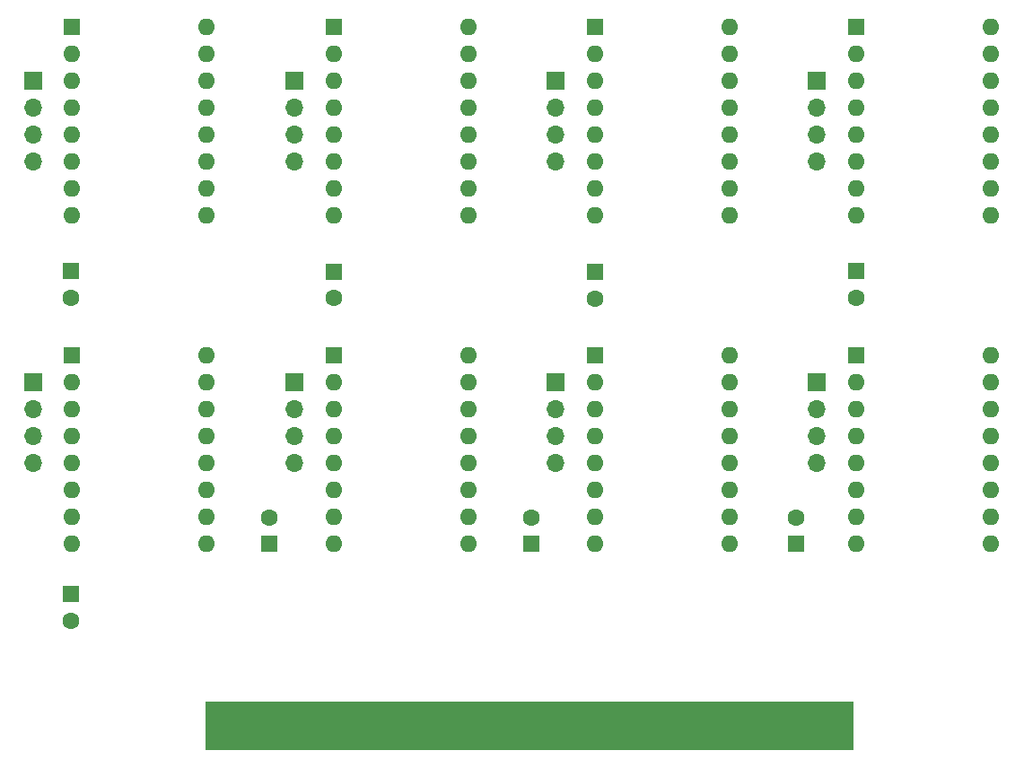
<source format=gts>
%TF.GenerationSoftware,KiCad,Pcbnew,(6.0.5)*%
%TF.CreationDate,2022-06-15T12:19:52-04:00*%
%TF.ProjectId,8-STEPPER-DRIVER-CARD,382d5354-4550-4504-9552-2d4452495645,rev?*%
%TF.SameCoordinates,Original*%
%TF.FileFunction,Soldermask,Top*%
%TF.FilePolarity,Negative*%
%FSLAX46Y46*%
G04 Gerber Fmt 4.6, Leading zero omitted, Abs format (unit mm)*
G04 Created by KiCad (PCBNEW (6.0.5)) date 2022-06-15 12:19:52*
%MOMM*%
%LPD*%
G01*
G04 APERTURE LIST*
%ADD10C,0.120000*%
%ADD11R,1.600000X1.600000*%
%ADD12C,1.600000*%
%ADD13O,1.600000X1.600000*%
%ADD14R,1.700000X1.700000*%
%ADD15O,1.700000X1.700000*%
G04 APERTURE END LIST*
D10*
X189270000Y-116785000D02*
X128270000Y-116785000D01*
X128270000Y-116785000D02*
X128270000Y-121285000D01*
X128270000Y-121285000D02*
X189270000Y-121285000D01*
X189270000Y-121285000D02*
X189270000Y-116785000D01*
G36*
X189270000Y-116785000D02*
G01*
X128270000Y-116785000D01*
X128270000Y-121285000D01*
X189270000Y-121285000D01*
X189270000Y-116785000D01*
G37*
D11*
X134250000Y-101932380D03*
D12*
X134250000Y-99432380D03*
D11*
X189660000Y-84110000D03*
D13*
X189660000Y-86650000D03*
X189660000Y-89190000D03*
X189660000Y-91730000D03*
X189660000Y-94270000D03*
X189660000Y-96810000D03*
X189660000Y-99350000D03*
X189660000Y-101890000D03*
X202360000Y-101890000D03*
X202360000Y-99350000D03*
X202360000Y-96810000D03*
X202360000Y-94270000D03*
X202360000Y-91730000D03*
X202360000Y-89190000D03*
X202360000Y-86650000D03*
X202360000Y-84110000D03*
D11*
X164993332Y-84110000D03*
D13*
X164993332Y-86650000D03*
X164993332Y-89190000D03*
X164993332Y-91730000D03*
X164993332Y-94270000D03*
X164993332Y-96810000D03*
X164993332Y-99350000D03*
X164993332Y-101890000D03*
X177693332Y-101890000D03*
X177693332Y-99350000D03*
X177693332Y-96810000D03*
X177693332Y-94270000D03*
X177693332Y-91730000D03*
X177693332Y-89190000D03*
X177693332Y-86650000D03*
X177693332Y-84110000D03*
D11*
X164993332Y-53110000D03*
D13*
X164993332Y-55650000D03*
X164993332Y-58190000D03*
X164993332Y-60730000D03*
X164993332Y-63270000D03*
X164993332Y-65810000D03*
X164993332Y-68350000D03*
X164993332Y-70890000D03*
X177693332Y-70890000D03*
X177693332Y-68350000D03*
X177693332Y-65810000D03*
X177693332Y-63270000D03*
X177693332Y-60730000D03*
X177693332Y-58190000D03*
X177693332Y-55650000D03*
X177693332Y-53110000D03*
D14*
X112014000Y-86624000D03*
D15*
X112014000Y-89164000D03*
X112014000Y-91704000D03*
X112014000Y-94244000D03*
D11*
X140326666Y-53110000D03*
D13*
X140326666Y-55650000D03*
X140326666Y-58190000D03*
X140326666Y-60730000D03*
X140326666Y-63270000D03*
X140326666Y-65810000D03*
X140326666Y-68350000D03*
X140326666Y-70890000D03*
X153026666Y-70890000D03*
X153026666Y-68350000D03*
X153026666Y-65810000D03*
X153026666Y-63270000D03*
X153026666Y-60730000D03*
X153026666Y-58190000D03*
X153026666Y-55650000D03*
X153026666Y-53110000D03*
D11*
X159000000Y-101932380D03*
D12*
X159000000Y-99432380D03*
D11*
X140326666Y-76240000D03*
D12*
X140326666Y-78740000D03*
D11*
X115660000Y-53110000D03*
D13*
X115660000Y-55650000D03*
X115660000Y-58190000D03*
X115660000Y-60730000D03*
X115660000Y-63270000D03*
X115660000Y-65810000D03*
X115660000Y-68350000D03*
X115660000Y-70890000D03*
X128360000Y-70890000D03*
X128360000Y-68350000D03*
X128360000Y-65810000D03*
X128360000Y-63270000D03*
X128360000Y-60730000D03*
X128360000Y-58190000D03*
X128360000Y-55650000D03*
X128360000Y-53110000D03*
D11*
X115570000Y-106680000D03*
D12*
X115570000Y-109180000D03*
D14*
X185928000Y-86624000D03*
D15*
X185928000Y-89164000D03*
X185928000Y-91704000D03*
X185928000Y-94244000D03*
D14*
X161290000Y-86624000D03*
D15*
X161290000Y-89164000D03*
X161290000Y-91704000D03*
X161290000Y-94244000D03*
D14*
X112014000Y-58176000D03*
D15*
X112014000Y-60716000D03*
X112014000Y-63256000D03*
X112014000Y-65796000D03*
D11*
X115570000Y-76200000D03*
D12*
X115570000Y-78700000D03*
D11*
X140326666Y-84110000D03*
D13*
X140326666Y-86650000D03*
X140326666Y-89190000D03*
X140326666Y-91730000D03*
X140326666Y-94270000D03*
X140326666Y-96810000D03*
X140326666Y-99350000D03*
X140326666Y-101890000D03*
X153026666Y-101890000D03*
X153026666Y-99350000D03*
X153026666Y-96810000D03*
X153026666Y-94270000D03*
X153026666Y-91730000D03*
X153026666Y-89190000D03*
X153026666Y-86650000D03*
X153026666Y-84110000D03*
D14*
X185928000Y-58176000D03*
D15*
X185928000Y-60716000D03*
X185928000Y-63256000D03*
X185928000Y-65796000D03*
D14*
X136652000Y-58176000D03*
D15*
X136652000Y-60716000D03*
X136652000Y-63256000D03*
X136652000Y-65796000D03*
D11*
X189660000Y-53110000D03*
D13*
X189660000Y-55650000D03*
X189660000Y-58190000D03*
X189660000Y-60730000D03*
X189660000Y-63270000D03*
X189660000Y-65810000D03*
X189660000Y-68350000D03*
X189660000Y-70890000D03*
X202360000Y-70890000D03*
X202360000Y-68350000D03*
X202360000Y-65810000D03*
X202360000Y-63270000D03*
X202360000Y-60730000D03*
X202360000Y-58190000D03*
X202360000Y-55650000D03*
X202360000Y-53110000D03*
D11*
X189660000Y-76200000D03*
D12*
X189660000Y-78700000D03*
D14*
X136652000Y-86624000D03*
D15*
X136652000Y-89164000D03*
X136652000Y-91704000D03*
X136652000Y-94244000D03*
D11*
X184000000Y-101932379D03*
D12*
X184000000Y-99432379D03*
D14*
X161290000Y-58176000D03*
D15*
X161290000Y-60716000D03*
X161290000Y-63256000D03*
X161290000Y-65796000D03*
D11*
X164993332Y-76287621D03*
D12*
X164993332Y-78787621D03*
D11*
X115660000Y-84110000D03*
D13*
X115660000Y-86650000D03*
X115660000Y-89190000D03*
X115660000Y-91730000D03*
X115660000Y-94270000D03*
X115660000Y-96810000D03*
X115660000Y-99350000D03*
X115660000Y-101890000D03*
X128360000Y-101890000D03*
X128360000Y-99350000D03*
X128360000Y-96810000D03*
X128360000Y-94270000D03*
X128360000Y-91730000D03*
X128360000Y-89190000D03*
X128360000Y-86650000D03*
X128360000Y-84110000D03*
M02*

</source>
